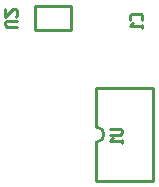
<source format=gbr>
G04 start of page 8 for group -4078 idx -4078 *
G04 Title: (unknown), bottomsilk *
G04 Creator: pcb 20091103 *
G04 CreationDate: Sun 13 Mar 2011 09:43:22 AM GMT UTC *
G04 For: gjhurlbu *
G04 Format: Gerber/RS-274X *
G04 PCB-Dimensions: 600000 500000 *
G04 PCB-Coordinate-Origin: lower left *
%MOIN*%
%FSLAX25Y25*%
%LNBACKSILK*%
%ADD11C,0.0100*%
G54D11*X83000Y403000D02*Y390000D01*
Y421000D02*Y408000D01*
Y390000D02*X102000D01*
Y421000D02*Y390000D01*
X83000Y421000D02*X102000D01*
X83000Y403000D02*G75*G03X83000Y408000I0J2500D01*G01*
X74400Y448500D02*Y440500D01*
X62500Y448500D02*X74400D01*
X62500D02*Y440500D01*
X74400D01*
X87500Y407500D02*X91000D01*
X91500Y407000D01*
Y406000D02*Y407000D01*
Y406000D02*X91000Y405500D01*
X87500D02*X91000D01*
X91500Y402799D02*Y403799D01*
X87500Y403299D02*X91500D01*
X88500Y404299D02*X87500Y403299D01*
X98197Y443837D02*Y445337D01*
X97697Y445837D02*X98197Y445337D01*
X94697Y445837D02*X97697D01*
X94697D02*X94197Y445337D01*
Y443837D02*Y445337D01*
X98197Y441136D02*Y442136D01*
X94197Y441636D02*X98197D01*
X95197Y442636D02*X94197Y441636D01*
X53100Y441500D02*X56600D01*
X53100D02*X52600Y442000D01*
Y443000D01*
X53100Y443500D01*
X56600D01*
X56100Y444701D02*X56600Y445201D01*
Y446701D01*
X56100Y447201D01*
X55100D02*X56100D01*
X52600Y444701D02*X55100Y447201D01*
X52600Y444701D02*Y447201D01*
M02*

</source>
